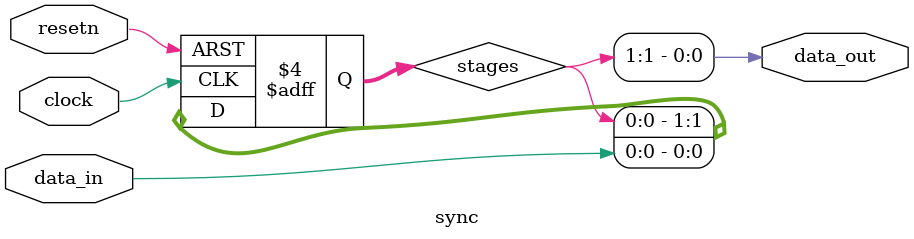
<source format=v>



module sync #(
  parameter STAGES = 2
) (
  input  clock,
  input  resetn,
  input  data_in,
  output data_out
);

reg [STAGES-1:0] stages;

integer stage_index;
always @(posedge clock or negedge resetn) begin
  if (!resetn) stages <= 0;
  else begin
    stages[0] <= data_in;
    for (stage_index=1; stage_index<STAGES; stage_index=stage_index+1) begin
      stages[stage_index] <= stages[stage_index-1];
    end
  end
end

assign data_out = stages[STAGES-1];

endmodule

</source>
